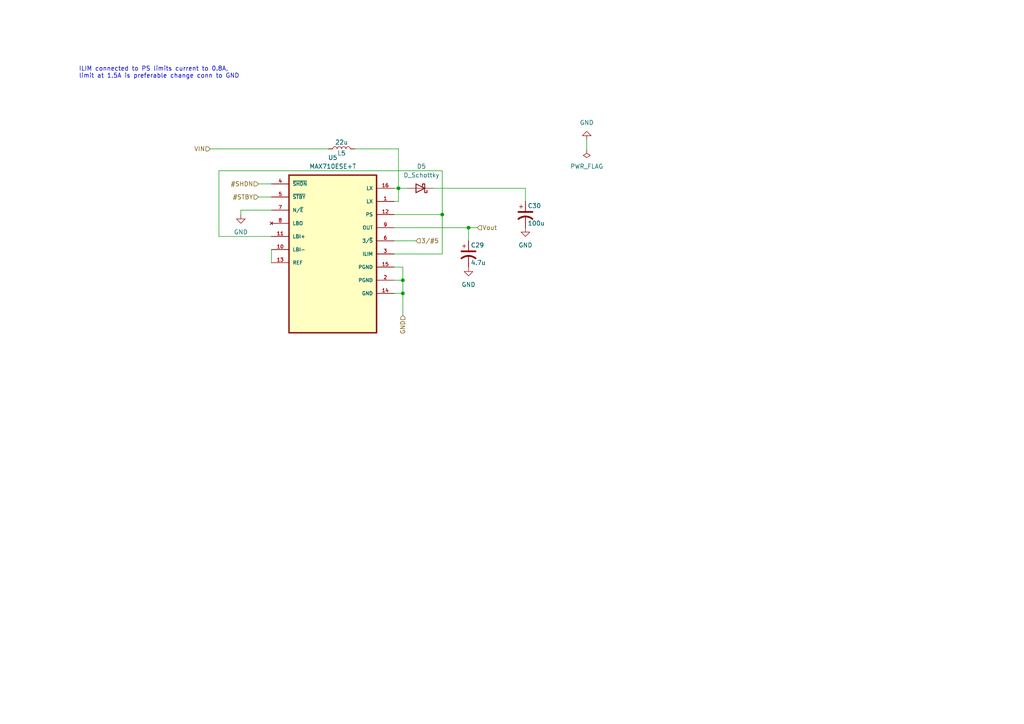
<source format=kicad_sch>
(kicad_sch (version 20211123) (generator eeschema)
  (paper "A4")
  (lib_symbols
    (symbol "Device:C_Polarized_US" (pin_numbers hide) (pin_names (offset 0.254) hide)
      (property "Reference" "C" (at 0.635 2.54 0))
      (property "Value" "C_Polarized_US" (at 0.635 -2.54 0))
      (symbol "C_Polarized_US_0_1"
        (polyline (pts (xy -2.032 0.762) (xy 2.032 0.762)) (stroke (width 0.508)))
        (polyline (pts (xy -1.778 2.286) (xy -0.762 2.286)))
        (polyline (pts (xy -1.27 1.778) (xy -1.27 2.794)))
        (arc (start 2.032 -1.27) (mid 0 -0.5572) (end -2.032 -1.27) (stroke (width 0.508)))
      )
      (symbol "C_Polarized_US_1_1"
        (pin passive line (at 0 3.81 270) (length 2.794) (name "~") (number "1"))
        (pin passive line (at 0 -3.81 90) (length 3.302) (name "~") (number "2"))
      )
    )
    (symbol "Device:D_Schottky" (pin_numbers hide) (pin_names (offset 1.016) hide)
      (property "Reference" "D" (at 0 2.54 0))
      (property "Value" "D_Schottky" (at 0 -2.54 0))
      (symbol "D_Schottky_0_1"
        (polyline (pts (xy 1.27 0) (xy -1.27 0)))
        (polyline (pts (xy 1.27 1.27) (xy 1.27 -1.27) (xy -1.27 0) (xy 1.27 1.27)) (stroke (width 0.254)))
        (polyline (pts (xy -1.905 0.635) (xy -1.905 1.27) (xy -1.27 1.27) (xy -1.27 -1.27) (xy -0.635 -1.27) (xy -0.635 -0.635)) (stroke (width 0.254)))
      )
      (symbol "D_Schottky_1_1"
        (pin passive line (at -3.81 0 0) (length 2.54) (name "K") (number "1"))
        (pin passive line (at 3.81 0 180) (length 2.54) (name "A") (number "2"))
      )
    )
    (symbol "Device:L" (pin_numbers hide) (pin_names (offset 1.016) hide)
      (property "Reference" "L" (at -1.27 0 90))
      (property "Value" "L" (at 1.905 0 90))
      (symbol "L_0_1"
        (arc (start 0 -2.54) (mid 0.635 -1.905) (end 0 -1.27))
        (arc (start 0 -1.27) (mid 0.635 -0.635) (end 0 0))
        (arc (start 0 0) (mid 0.635 0.635) (end 0 1.27))
        (arc (start 0 1.27) (mid 0.635 1.905) (end 0 2.54))
      )
      (symbol "L_1_1"
        (pin passive line (at 0 3.81 270) (length 1.27) (name "1") (number "1"))
        (pin passive line (at 0 -3.81 90) (length 1.27) (name "2") (number "2"))
      )
    )
    (symbol "MAX710ESE_T:MAX710ESE+T" (pin_names (offset 1.016))
      (property "Reference" "U" (at -12.7 23.8506 0))
      (property "Value" "MAX710ESE+T" (at -12.7 -26.8478 0))
      (symbol "MAX710ESE+T_0_0"
        (rectangle (start -12.7 -22.86) (end 12.7 22.86) (stroke (width 0.4064)) (fill (type background)))
        (pin bidirectional line (at 17.78 15.24 180) (length 5.08) (name "LX") (number "1"))
        (pin bidirectional line (at -17.78 1.27 0) (length 5.08) (name "LBI-") (number "10"))
        (pin bidirectional line (at -17.78 5.08 0) (length 5.08) (name "LBI+") (number "11"))
        (pin input line (at 17.78 11.43 180) (length 5.08) (name "PS") (number "12"))
        (pin output line (at -17.78 -2.54 0) (length 5.08) (name "REF") (number "13"))
        (pin bidirectional line (at 17.78 -11.43 180) (length 5.08) (name "GND") (number "14"))
        (pin bidirectional line (at 17.78 -3.81 180) (length 5.08) (name "PGND") (number "15"))
        (pin bidirectional line (at 17.78 19.05 180) (length 5.08) (name "LX") (number "16"))
        (pin bidirectional line (at 17.78 -7.62 180) (length 5.08) (name "PGND") (number "2"))
        (pin input line (at 17.78 0 180) (length 5.08) (name "ILIM") (number "3"))
        (pin input line (at -17.78 20.32 0) (length 5.08) (name "~{SHDN}") (number "4"))
        (pin input line (at -17.78 16.51 0) (length 5.08) (name "~{STBY}") (number "5"))
        (pin bidirectional line (at 17.78 3.81 180) (length 5.08) (name "3/~{5}") (number "6"))
        (pin bidirectional line (at -17.78 12.7 0) (length 5.08) (name "N/~{E}") (number "7"))
        (pin no_connect line (at -17.78 8.89 0) (length 5.08) (name "LBO") (number "8"))
        (pin output line (at 17.78 7.62 180) (length 5.08) (name "OUT") (number "9"))
      )
    )
    (symbol "power:GND" (power) (pin_names (offset 0))
      (property "Value" "GND" (at 0 -3.81 0))
      (symbol "GND_0_1"
        (polyline (pts (xy 0 0) (xy 0 -1.27) (xy 1.27 -1.27) (xy 0 -2.54) (xy -1.27 -1.27) (xy 0 -1.27)))
      )
      (symbol "GND_1_1"
        (pin power_in line (at 0 0 270) (length 0) hide (name "GND") (number "1"))
      )
    )
    (symbol "power:PWR_FLAG" (power) (pin_numbers hide) (pin_names (offset 0) hide)
      (property "Value" "PWR_FLAG" (at 0 3.81 0))
      (symbol "PWR_FLAG_0_0"
        (pin power_out line (at 0 0 90) (length 0) (name "pwr") (number "1"))
      )
      (symbol "PWR_FLAG_0_1"
        (polyline (pts (xy 0 0) (xy 0 1.27) (xy -1.016 1.905) (xy 0 2.54) (xy 1.016 1.905) (xy 0 1.27)))
      )
    )
  )
  (junction (at 115.57 54.61))
  (junction (at 116.84 85.09))
  (junction (at 135.89 66.04))
  (junction (at 128.27 62.23))
  (junction (at 116.84 81.28))
  (wire (pts (xy 170.18 40.64) (xy 170.18 43.18)))
  (wire (pts (xy 74.93 53.34) (xy 78.74 53.34)))
  (wire (pts (xy 63.5 49.53) (xy 128.27 49.53)))
  (wire (pts (xy 128.27 49.53) (xy 128.27 62.23)))
  (wire (pts (xy 115.57 54.61) (xy 115.57 58.42)))
  (wire (pts (xy 60.96 43.18) (xy 95.25 43.18)))
  (wire (pts (xy 116.84 81.28) (xy 116.84 85.09)))
  (wire (pts (xy 116.84 85.09) (xy 116.84 91.44)))
  (wire (pts (xy 114.3 81.28) (xy 116.84 81.28)))
  (wire (pts (xy 69.85 60.96) (xy 78.74 60.96)))
  (wire (pts (xy 135.89 66.04) (xy 135.89 69.85)))
  (wire (pts (xy 114.3 54.61) (xy 115.57 54.61)))
  (wire (pts (xy 128.27 62.23) (xy 128.27 73.66)))
  (wire (pts (xy 128.27 73.66) (xy 114.3 73.66)))
  (wire (pts (xy 114.3 66.04) (xy 135.89 66.04)))
  (wire (pts (xy 114.3 69.85) (xy 120.65 69.85)))
  (wire (pts (xy 69.85 62.23) (xy 69.85 60.96)))
  (wire (pts (xy 114.3 58.42) (xy 115.57 58.42)))
  (wire (pts (xy 102.87 43.18) (xy 115.57 43.18)))
  (wire (pts (xy 125.73 54.61) (xy 152.4 54.61)))
  (wire (pts (xy 152.4 54.61) (xy 152.4 58.42)))
  (wire (pts (xy 135.89 66.04) (xy 138.43 66.04)))
  (wire (pts (xy 63.5 68.58) (xy 78.74 68.58)))
  (wire (pts (xy 115.57 54.61) (xy 118.11 54.61)))
  (wire (pts (xy 114.3 62.23) (xy 128.27 62.23)))
  (wire (pts (xy 116.84 77.47) (xy 116.84 81.28)))
  (wire (pts (xy 115.57 43.18) (xy 115.57 54.61)))
  (wire (pts (xy 114.3 85.09) (xy 116.84 85.09)))
  (wire (pts (xy 63.5 68.58) (xy 63.5 49.53)))
  (wire (pts (xy 114.3 77.47) (xy 116.84 77.47)))
  (wire (pts (xy 78.74 72.39) (xy 78.74 76.2)))
  (wire (pts (xy 74.93 57.15) (xy 78.74 57.15)))
  (text "ILIM connected to PS limits current to 0.8A,\nlimit at 1.5A is preferable change conn to GND" (at 22.86 22.86 0) (effects (font (size 1.27 1.27)) (justify left bottom)))
  (hierarchical_label "Vout" (shape input) (at 138.43 66.04 0))
  (hierarchical_label "VIN" (shape input) (at 60.96 43.18 180))
  (hierarchical_label "GND" (shape input) (at 116.84 91.44 270))
  (hierarchical_label "#SHDN" (shape input) (at 74.93 53.34 180))
  (hierarchical_label "3{slash}#5" (shape input) (at 120.65 69.85 0))
  (hierarchical_label "#STBY" (shape input) (at 74.93 57.15 180))
  (symbol (lib_id "power:GND") (at 69.85 62.23 0) (unit 1)
    (property "Reference" "#PWR01" (effects hide))
    (property "Value" "GND" (at 69.85 67.31 0))
  )
  (symbol (lib_id "Device:C_Polarized_US") (at 152.4 62.23 0) (unit 1)
    (property "Reference" "C30" (at 153.035 59.69 0) (effects (justify left)))
    (property "Value" "100u" (at 153.035 64.77 0) (effects (justify left)))
    (property "Footprint" "Capacitor_SMD:C_0603_1608Metric_Pad1.08x0.95mm_HandSolder" (effects hide))
  )
  (symbol (lib_id "power:PWR_FLAG") (at 170.18 43.18 180) (unit 1)
    (property "Reference" "#FLG0101" (effects hide))
    (property "Value" "PWR_FLAG" (at 170.18 48.26 0))
  )
  (symbol (lib_id "Device:C_Polarized_US") (at 135.89 73.66 0) (unit 1)
    (property "Reference" "C29" (at 136.525 71.12 0) (effects (justify left)))
    (property "Value" "4.7u" (at 136.525 76.2 0) (effects (justify left)))
    (property "Footprint" "Capacitor_SMD:C_0603_1608Metric_Pad1.08x0.95mm_HandSolder" (effects hide))
  )
  (symbol (lib_id "Device:D_Schottky") (at 121.92 54.61 180) (unit 1)
    (property "Reference" "D5" (at 122.2375 48.26 0))
    (property "Value" "D_Schottky" (at 122.2375 50.8 0))
    (property "Footprint" "Diode_SMD:D_0603_1608Metric_Pad1.05x0.95mm_HandSolder" (effects hide))
  )
  (symbol (lib_id "power:GND") (at 152.4 66.04 0) (unit 1)
    (property "Reference" "#PWR05" (effects hide))
    (property "Value" "GND" (at 152.4 71.12 0))
  )
  (symbol (lib_id "Device:L") (at 99.06 43.18 90) (unit 1)
    (property "Reference" "L5" (at 99.06 44.45 90))
    (property "Value" "22u" (at 99.06 41.275 90))
    (property "Footprint" "Inductor_SMD:L_0603_1608Metric_Pad1.05x0.95mm_HandSolder" (effects hide))
  )
  (symbol (lib_id "MAX710ESE_T:MAX710ESE+T") (at 96.52 73.66 0) (unit 1)
    (property "Reference" "U5" (at 96.52 45.72 0))
    (property "Value" "MAX710ESE+T" (at 96.52 48.26 0))
    (property "Footprint" "MAX710ESE:SOIC127P600X175-16N" (effects hide))
  )
  (symbol (lib_id "power:GND") (at 170.18 40.64 180) (unit 1)
    (property "Reference" "#PWR04" (effects hide))
    (property "Value" "GND" (at 170.18 35.56 0))
  )
  (symbol (lib_id "power:GND") (at 135.89 77.47 0) (unit 1)
    (property "Reference" "#PWR03" (effects hide))
    (property "Value" "GND" (at 135.89 82.55 0))
  )
)
</source>
